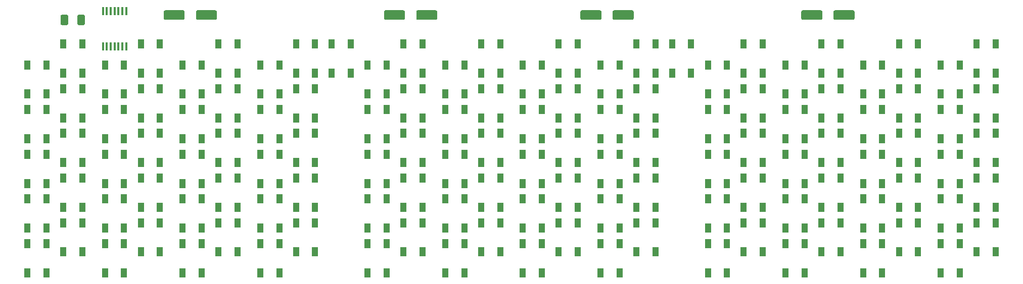
<source format=gbr>
G04 #@! TF.GenerationSoftware,KiCad,Pcbnew,(5.1.5-0-10_14)*
G04 #@! TF.CreationDate,2020-01-03T17:39:58-06:00*
G04 #@! TF.ProjectId,foxie_clock_nano,666f7869-655f-4636-9c6f-636b5f6e616e,1.4*
G04 #@! TF.SameCoordinates,Original*
G04 #@! TF.FileFunction,Paste,Top*
G04 #@! TF.FilePolarity,Positive*
%FSLAX46Y46*%
G04 Gerber Fmt 4.6, Leading zero omitted, Abs format (unit mm)*
G04 Created by KiCad (PCBNEW (5.1.5-0-10_14)) date 2020-01-03 17:39:58*
%MOMM*%
%LPD*%
G04 APERTURE LIST*
%ADD10R,1.000000X1.500000*%
%ADD11C,0.100000*%
%ADD12R,0.450000X1.450000*%
G04 APERTURE END LIST*
D10*
X216100000Y-92050000D03*
X212900000Y-92050000D03*
X216100000Y-96950000D03*
X212900000Y-96950000D03*
D11*
G36*
X168224504Y-86401204D02*
G01*
X168248773Y-86404804D01*
X168272571Y-86410765D01*
X168295671Y-86419030D01*
X168317849Y-86429520D01*
X168338893Y-86442133D01*
X168358598Y-86456747D01*
X168376777Y-86473223D01*
X168393253Y-86491402D01*
X168407867Y-86511107D01*
X168420480Y-86532151D01*
X168430970Y-86554329D01*
X168439235Y-86577429D01*
X168445196Y-86601227D01*
X168448796Y-86625496D01*
X168450000Y-86650000D01*
X168450000Y-87750000D01*
X168448796Y-87774504D01*
X168445196Y-87798773D01*
X168439235Y-87822571D01*
X168430970Y-87845671D01*
X168420480Y-87867849D01*
X168407867Y-87888893D01*
X168393253Y-87908598D01*
X168376777Y-87926777D01*
X168358598Y-87943253D01*
X168338893Y-87957867D01*
X168317849Y-87970480D01*
X168295671Y-87980970D01*
X168272571Y-87989235D01*
X168248773Y-87995196D01*
X168224504Y-87998796D01*
X168200000Y-88000000D01*
X165200000Y-88000000D01*
X165175496Y-87998796D01*
X165151227Y-87995196D01*
X165127429Y-87989235D01*
X165104329Y-87980970D01*
X165082151Y-87970480D01*
X165061107Y-87957867D01*
X165041402Y-87943253D01*
X165023223Y-87926777D01*
X165006747Y-87908598D01*
X164992133Y-87888893D01*
X164979520Y-87867849D01*
X164969030Y-87845671D01*
X164960765Y-87822571D01*
X164954804Y-87798773D01*
X164951204Y-87774504D01*
X164950000Y-87750000D01*
X164950000Y-86650000D01*
X164951204Y-86625496D01*
X164954804Y-86601227D01*
X164960765Y-86577429D01*
X164969030Y-86554329D01*
X164979520Y-86532151D01*
X164992133Y-86511107D01*
X165006747Y-86491402D01*
X165023223Y-86473223D01*
X165041402Y-86456747D01*
X165061107Y-86442133D01*
X165082151Y-86429520D01*
X165104329Y-86419030D01*
X165127429Y-86410765D01*
X165151227Y-86404804D01*
X165175496Y-86401204D01*
X165200000Y-86400000D01*
X168200000Y-86400000D01*
X168224504Y-86401204D01*
G37*
G36*
X162824504Y-86401204D02*
G01*
X162848773Y-86404804D01*
X162872571Y-86410765D01*
X162895671Y-86419030D01*
X162917849Y-86429520D01*
X162938893Y-86442133D01*
X162958598Y-86456747D01*
X162976777Y-86473223D01*
X162993253Y-86491402D01*
X163007867Y-86511107D01*
X163020480Y-86532151D01*
X163030970Y-86554329D01*
X163039235Y-86577429D01*
X163045196Y-86601227D01*
X163048796Y-86625496D01*
X163050000Y-86650000D01*
X163050000Y-87750000D01*
X163048796Y-87774504D01*
X163045196Y-87798773D01*
X163039235Y-87822571D01*
X163030970Y-87845671D01*
X163020480Y-87867849D01*
X163007867Y-87888893D01*
X162993253Y-87908598D01*
X162976777Y-87926777D01*
X162958598Y-87943253D01*
X162938893Y-87957867D01*
X162917849Y-87970480D01*
X162895671Y-87980970D01*
X162872571Y-87989235D01*
X162848773Y-87995196D01*
X162824504Y-87998796D01*
X162800000Y-88000000D01*
X159800000Y-88000000D01*
X159775496Y-87998796D01*
X159751227Y-87995196D01*
X159727429Y-87989235D01*
X159704329Y-87980970D01*
X159682151Y-87970480D01*
X159661107Y-87957867D01*
X159641402Y-87943253D01*
X159623223Y-87926777D01*
X159606747Y-87908598D01*
X159592133Y-87888893D01*
X159579520Y-87867849D01*
X159569030Y-87845671D01*
X159560765Y-87822571D01*
X159554804Y-87798773D01*
X159551204Y-87774504D01*
X159550000Y-87750000D01*
X159550000Y-86650000D01*
X159551204Y-86625496D01*
X159554804Y-86601227D01*
X159560765Y-86577429D01*
X159569030Y-86554329D01*
X159579520Y-86532151D01*
X159592133Y-86511107D01*
X159606747Y-86491402D01*
X159623223Y-86473223D01*
X159641402Y-86456747D01*
X159661107Y-86442133D01*
X159682151Y-86429520D01*
X159704329Y-86419030D01*
X159727429Y-86410765D01*
X159751227Y-86404804D01*
X159775496Y-86401204D01*
X159800000Y-86400000D01*
X162800000Y-86400000D01*
X162824504Y-86401204D01*
G37*
D10*
X178100000Y-92050000D03*
X174900000Y-92050000D03*
X178100000Y-96950000D03*
X174900000Y-96950000D03*
X121100000Y-92050000D03*
X117900000Y-92050000D03*
X121100000Y-96950000D03*
X117900000Y-96950000D03*
X223100000Y-125550000D03*
X219900000Y-125550000D03*
X223100000Y-130450000D03*
X219900000Y-130450000D03*
X210100000Y-125550000D03*
X206900000Y-125550000D03*
X210100000Y-130450000D03*
X206900000Y-130450000D03*
X229100000Y-122050000D03*
X225900000Y-122050000D03*
X229100000Y-126950000D03*
X225900000Y-126950000D03*
X216100000Y-122050000D03*
X212900000Y-122050000D03*
X216100000Y-126950000D03*
X212900000Y-126950000D03*
X223100000Y-118050000D03*
X219900000Y-118050000D03*
X223100000Y-122950000D03*
X219900000Y-122950000D03*
X210100000Y-118050000D03*
X206900000Y-118050000D03*
X210100000Y-122950000D03*
X206900000Y-122950000D03*
X229100000Y-114550000D03*
X225900000Y-114550000D03*
X229100000Y-119450000D03*
X225900000Y-119450000D03*
X216100000Y-114550000D03*
X212900000Y-114550000D03*
X216100000Y-119450000D03*
X212900000Y-119450000D03*
X223100000Y-110550000D03*
X219900000Y-110550000D03*
X223100000Y-115450000D03*
X219900000Y-115450000D03*
X210100000Y-110550000D03*
X206900000Y-110550000D03*
X210100000Y-115450000D03*
X206900000Y-115450000D03*
X229100000Y-107050000D03*
X225900000Y-107050000D03*
X229100000Y-111950000D03*
X225900000Y-111950000D03*
X216100000Y-107050000D03*
X212900000Y-107050000D03*
X216100000Y-111950000D03*
X212900000Y-111950000D03*
X223100000Y-103050000D03*
X219900000Y-103050000D03*
X223100000Y-107950000D03*
X219900000Y-107950000D03*
X210100000Y-103050000D03*
X206900000Y-103050000D03*
X210100000Y-107950000D03*
X206900000Y-107950000D03*
X229100000Y-99550000D03*
X225900000Y-99550000D03*
X229100000Y-104450000D03*
X225900000Y-104450000D03*
X216100000Y-99550000D03*
X212900000Y-99550000D03*
X216100000Y-104450000D03*
X212900000Y-104450000D03*
X223100000Y-95550000D03*
X219900000Y-95550000D03*
X223100000Y-100450000D03*
X219900000Y-100450000D03*
X210100000Y-95550000D03*
X206900000Y-95550000D03*
X210100000Y-100450000D03*
X206900000Y-100450000D03*
X229100000Y-92050000D03*
X225900000Y-92050000D03*
X229100000Y-96950000D03*
X225900000Y-96950000D03*
X197100000Y-125550000D03*
X193900000Y-125550000D03*
X197100000Y-130450000D03*
X193900000Y-130450000D03*
X184100000Y-125550000D03*
X180900000Y-125550000D03*
X184100000Y-130450000D03*
X180900000Y-130450000D03*
X203100000Y-122050000D03*
X199900000Y-122050000D03*
X203100000Y-126950000D03*
X199900000Y-126950000D03*
X190100000Y-122050000D03*
X186900000Y-122050000D03*
X190100000Y-126950000D03*
X186900000Y-126950000D03*
X197100000Y-118050000D03*
X193900000Y-118050000D03*
X197100000Y-122950000D03*
X193900000Y-122950000D03*
X184100000Y-118050000D03*
X180900000Y-118050000D03*
X184100000Y-122950000D03*
X180900000Y-122950000D03*
X203100000Y-114550000D03*
X199900000Y-114550000D03*
X203100000Y-119450000D03*
X199900000Y-119450000D03*
X190100000Y-114550000D03*
X186900000Y-114550000D03*
X190100000Y-119450000D03*
X186900000Y-119450000D03*
X197100000Y-110550000D03*
X193900000Y-110550000D03*
X197100000Y-115450000D03*
X193900000Y-115450000D03*
X184100000Y-110550000D03*
X180900000Y-110550000D03*
X184100000Y-115450000D03*
X180900000Y-115450000D03*
X203100000Y-107050000D03*
X199900000Y-107050000D03*
X203100000Y-111950000D03*
X199900000Y-111950000D03*
X190100000Y-107050000D03*
X186900000Y-107050000D03*
X190100000Y-111950000D03*
X186900000Y-111950000D03*
X197100000Y-103050000D03*
X193900000Y-103050000D03*
X197100000Y-107950000D03*
X193900000Y-107950000D03*
X184100000Y-103050000D03*
X180900000Y-103050000D03*
X184100000Y-107950000D03*
X180900000Y-107950000D03*
X203100000Y-99550000D03*
X199900000Y-99550000D03*
X203100000Y-104450000D03*
X199900000Y-104450000D03*
X190100000Y-99550000D03*
X186900000Y-99550000D03*
X190100000Y-104450000D03*
X186900000Y-104450000D03*
X197100000Y-95550000D03*
X193900000Y-95550000D03*
X197100000Y-100450000D03*
X193900000Y-100450000D03*
X184100000Y-95550000D03*
X180900000Y-95550000D03*
X184100000Y-100450000D03*
X180900000Y-100450000D03*
X203100000Y-92050000D03*
X199900000Y-92050000D03*
X203100000Y-96950000D03*
X199900000Y-96950000D03*
X190100000Y-92050000D03*
X186900000Y-92050000D03*
X190100000Y-96950000D03*
X186900000Y-96950000D03*
X166100000Y-125550000D03*
X162900000Y-125550000D03*
X166100000Y-130450000D03*
X162900000Y-130450000D03*
X153100000Y-125550000D03*
X149900000Y-125550000D03*
X153100000Y-130450000D03*
X149900000Y-130450000D03*
X172100000Y-122050000D03*
X168900000Y-122050000D03*
X172100000Y-126950000D03*
X168900000Y-126950000D03*
X159100000Y-122050000D03*
X155900000Y-122050000D03*
X159100000Y-126950000D03*
X155900000Y-126950000D03*
X166100000Y-118050000D03*
X162900000Y-118050000D03*
X166100000Y-122950000D03*
X162900000Y-122950000D03*
X153100000Y-118050000D03*
X149900000Y-118050000D03*
X153100000Y-122950000D03*
X149900000Y-122950000D03*
X172100000Y-114550000D03*
X168900000Y-114550000D03*
X172100000Y-119450000D03*
X168900000Y-119450000D03*
X159100000Y-114550000D03*
X155900000Y-114550000D03*
X159100000Y-119450000D03*
X155900000Y-119450000D03*
X166100000Y-110550000D03*
X162900000Y-110550000D03*
X166100000Y-115450000D03*
X162900000Y-115450000D03*
X153100000Y-110550000D03*
X149900000Y-110550000D03*
X153100000Y-115450000D03*
X149900000Y-115450000D03*
X172100000Y-107050000D03*
X168900000Y-107050000D03*
X172100000Y-111950000D03*
X168900000Y-111950000D03*
X159100000Y-107050000D03*
X155900000Y-107050000D03*
X159100000Y-111950000D03*
X155900000Y-111950000D03*
X166100000Y-103050000D03*
X162900000Y-103050000D03*
X166100000Y-107950000D03*
X162900000Y-107950000D03*
X153100000Y-103050000D03*
X149900000Y-103050000D03*
X153100000Y-107950000D03*
X149900000Y-107950000D03*
X172100000Y-99550000D03*
X168900000Y-99550000D03*
X172100000Y-104450000D03*
X168900000Y-104450000D03*
X159100000Y-99550000D03*
X155900000Y-99550000D03*
X159100000Y-104450000D03*
X155900000Y-104450000D03*
X166100000Y-95550000D03*
X162900000Y-95550000D03*
X166100000Y-100450000D03*
X162900000Y-100450000D03*
X153100000Y-95550000D03*
X149900000Y-95550000D03*
X153100000Y-100450000D03*
X149900000Y-100450000D03*
X172100000Y-92050000D03*
X168900000Y-92050000D03*
X172100000Y-96950000D03*
X168900000Y-96950000D03*
X159100000Y-92050000D03*
X155900000Y-92050000D03*
X159100000Y-96950000D03*
X155900000Y-96950000D03*
X140100000Y-125550000D03*
X136900000Y-125550000D03*
X140100000Y-130450000D03*
X136900000Y-130450000D03*
X127100000Y-125550000D03*
X123900000Y-125550000D03*
X127100000Y-130450000D03*
X123900000Y-130450000D03*
X146100000Y-122050000D03*
X142900000Y-122050000D03*
X146100000Y-126950000D03*
X142900000Y-126950000D03*
X133100000Y-122050000D03*
X129900000Y-122050000D03*
X133100000Y-126950000D03*
X129900000Y-126950000D03*
X140100000Y-118050000D03*
X136900000Y-118050000D03*
X140100000Y-122950000D03*
X136900000Y-122950000D03*
X127100000Y-118050000D03*
X123900000Y-118050000D03*
X127100000Y-122950000D03*
X123900000Y-122950000D03*
X146100000Y-114550000D03*
X142900000Y-114550000D03*
X146100000Y-119450000D03*
X142900000Y-119450000D03*
X133100000Y-114550000D03*
X129900000Y-114550000D03*
X133100000Y-119450000D03*
X129900000Y-119450000D03*
X140100000Y-110550000D03*
X136900000Y-110550000D03*
X140100000Y-115450000D03*
X136900000Y-115450000D03*
X127100000Y-110550000D03*
X123900000Y-110550000D03*
X127100000Y-115450000D03*
X123900000Y-115450000D03*
X146100000Y-107050000D03*
X142900000Y-107050000D03*
X146100000Y-111950000D03*
X142900000Y-111950000D03*
X133100000Y-107050000D03*
X129900000Y-107050000D03*
X133100000Y-111950000D03*
X129900000Y-111950000D03*
X140100000Y-103050000D03*
X136900000Y-103050000D03*
X140100000Y-107950000D03*
X136900000Y-107950000D03*
X127100000Y-103050000D03*
X123900000Y-103050000D03*
X127100000Y-107950000D03*
X123900000Y-107950000D03*
X146100000Y-99550000D03*
X142900000Y-99550000D03*
X146100000Y-104450000D03*
X142900000Y-104450000D03*
X133100000Y-99550000D03*
X129900000Y-99550000D03*
X133100000Y-104450000D03*
X129900000Y-104450000D03*
X140100000Y-95550000D03*
X136900000Y-95550000D03*
X140100000Y-100450000D03*
X136900000Y-100450000D03*
X127100000Y-95550000D03*
X123900000Y-95550000D03*
X127100000Y-100450000D03*
X123900000Y-100450000D03*
X146100000Y-92050000D03*
X142900000Y-92050000D03*
X146100000Y-96950000D03*
X142900000Y-96950000D03*
X133100000Y-92050000D03*
X129900000Y-92050000D03*
X133100000Y-96950000D03*
X129900000Y-96950000D03*
X109100000Y-125550000D03*
X105900000Y-125550000D03*
X109100000Y-130450000D03*
X105900000Y-130450000D03*
X96100000Y-125550000D03*
X92900000Y-125550000D03*
X96100000Y-130450000D03*
X92900000Y-130450000D03*
X115100000Y-122050000D03*
X111900000Y-122050000D03*
X115100000Y-126950000D03*
X111900000Y-126950000D03*
X102100000Y-122050000D03*
X98900000Y-122050000D03*
X102100000Y-126950000D03*
X98900000Y-126950000D03*
X109100000Y-118050000D03*
X105900000Y-118050000D03*
X109100000Y-122950000D03*
X105900000Y-122950000D03*
X96100000Y-118050000D03*
X92900000Y-118050000D03*
X96100000Y-122950000D03*
X92900000Y-122950000D03*
X115100000Y-114550000D03*
X111900000Y-114550000D03*
X115100000Y-119450000D03*
X111900000Y-119450000D03*
X102100000Y-114550000D03*
X98900000Y-114550000D03*
X102100000Y-119450000D03*
X98900000Y-119450000D03*
X109100000Y-110550000D03*
X105900000Y-110550000D03*
X109100000Y-115450000D03*
X105900000Y-115450000D03*
X96100000Y-110550000D03*
X92900000Y-110550000D03*
X96100000Y-115450000D03*
X92900000Y-115450000D03*
X115100000Y-107050000D03*
X111900000Y-107050000D03*
X115100000Y-111950000D03*
X111900000Y-111950000D03*
X102100000Y-107050000D03*
X98900000Y-107050000D03*
X102100000Y-111950000D03*
X98900000Y-111950000D03*
X109100000Y-103050000D03*
X105900000Y-103050000D03*
X109100000Y-107950000D03*
X105900000Y-107950000D03*
X96100000Y-103050000D03*
X92900000Y-103050000D03*
X96100000Y-107950000D03*
X92900000Y-107950000D03*
X115100000Y-99550000D03*
X111900000Y-99550000D03*
X115100000Y-104450000D03*
X111900000Y-104450000D03*
X102100000Y-99550000D03*
X98900000Y-99550000D03*
X102100000Y-104450000D03*
X98900000Y-104450000D03*
X109100000Y-95550000D03*
X105900000Y-95550000D03*
X109100000Y-100450000D03*
X105900000Y-100450000D03*
X96100000Y-95550000D03*
X92900000Y-95550000D03*
X96100000Y-100450000D03*
X92900000Y-100450000D03*
X115100000Y-92050000D03*
X111900000Y-92050000D03*
X115100000Y-96950000D03*
X111900000Y-96950000D03*
X102100000Y-92050000D03*
X98900000Y-92050000D03*
X102100000Y-96950000D03*
X98900000Y-96950000D03*
X83100000Y-125550000D03*
X79900000Y-125550000D03*
X83100000Y-130450000D03*
X79900000Y-130450000D03*
X70100000Y-125550000D03*
X66900000Y-125550000D03*
X70100000Y-130450000D03*
X66900000Y-130450000D03*
X89100000Y-122050000D03*
X85900000Y-122050000D03*
X89100000Y-126950000D03*
X85900000Y-126950000D03*
X76100000Y-122050000D03*
X72900000Y-122050000D03*
X76100000Y-126950000D03*
X72900000Y-126950000D03*
X83100000Y-118050000D03*
X79900000Y-118050000D03*
X83100000Y-122950000D03*
X79900000Y-122950000D03*
X70100000Y-118050000D03*
X66900000Y-118050000D03*
X70100000Y-122950000D03*
X66900000Y-122950000D03*
X89100000Y-114550000D03*
X85900000Y-114550000D03*
X89100000Y-119450000D03*
X85900000Y-119450000D03*
X76100000Y-114550000D03*
X72900000Y-114550000D03*
X76100000Y-119450000D03*
X72900000Y-119450000D03*
X83100000Y-110550000D03*
X79900000Y-110550000D03*
X83100000Y-115450000D03*
X79900000Y-115450000D03*
X70100000Y-110550000D03*
X66900000Y-110550000D03*
X70100000Y-115450000D03*
X66900000Y-115450000D03*
X89100000Y-107050000D03*
X85900000Y-107050000D03*
X89100000Y-111950000D03*
X85900000Y-111950000D03*
X76100000Y-107050000D03*
X72900000Y-107050000D03*
X76100000Y-111950000D03*
X72900000Y-111950000D03*
X83100000Y-103050000D03*
X79900000Y-103050000D03*
X83100000Y-107950000D03*
X79900000Y-107950000D03*
X70100000Y-103050000D03*
X66900000Y-103050000D03*
X70100000Y-107950000D03*
X66900000Y-107950000D03*
X89100000Y-99550000D03*
X85900000Y-99550000D03*
X89100000Y-104450000D03*
X85900000Y-104450000D03*
X76100000Y-99550000D03*
X72900000Y-99550000D03*
X76100000Y-104450000D03*
X72900000Y-104450000D03*
X83100000Y-95550000D03*
X79900000Y-95550000D03*
X83100000Y-100450000D03*
X79900000Y-100450000D03*
X70100000Y-95550000D03*
X66900000Y-95550000D03*
X70100000Y-100450000D03*
X66900000Y-100450000D03*
X89100000Y-92050000D03*
X85900000Y-92050000D03*
X89100000Y-96950000D03*
X85900000Y-96950000D03*
X76100000Y-92050000D03*
X72900000Y-92050000D03*
X76100000Y-96950000D03*
X72900000Y-96950000D03*
D12*
X79550000Y-86550000D03*
X80200000Y-86550000D03*
X80850000Y-86550000D03*
X81500000Y-86550000D03*
X82150000Y-86550000D03*
X82800000Y-86550000D03*
X83450000Y-86550000D03*
X83450000Y-92450000D03*
X82800000Y-92450000D03*
X82150000Y-92450000D03*
X81500000Y-92450000D03*
X80850000Y-92450000D03*
X80200000Y-92450000D03*
X79550000Y-92450000D03*
D11*
G36*
X73499504Y-87126204D02*
G01*
X73523773Y-87129804D01*
X73547571Y-87135765D01*
X73570671Y-87144030D01*
X73592849Y-87154520D01*
X73613893Y-87167133D01*
X73633598Y-87181747D01*
X73651777Y-87198223D01*
X73668253Y-87216402D01*
X73682867Y-87236107D01*
X73695480Y-87257151D01*
X73705970Y-87279329D01*
X73714235Y-87302429D01*
X73720196Y-87326227D01*
X73723796Y-87350496D01*
X73725000Y-87375000D01*
X73725000Y-88625000D01*
X73723796Y-88649504D01*
X73720196Y-88673773D01*
X73714235Y-88697571D01*
X73705970Y-88720671D01*
X73695480Y-88742849D01*
X73682867Y-88763893D01*
X73668253Y-88783598D01*
X73651777Y-88801777D01*
X73633598Y-88818253D01*
X73613893Y-88832867D01*
X73592849Y-88845480D01*
X73570671Y-88855970D01*
X73547571Y-88864235D01*
X73523773Y-88870196D01*
X73499504Y-88873796D01*
X73475000Y-88875000D01*
X72725000Y-88875000D01*
X72700496Y-88873796D01*
X72676227Y-88870196D01*
X72652429Y-88864235D01*
X72629329Y-88855970D01*
X72607151Y-88845480D01*
X72586107Y-88832867D01*
X72566402Y-88818253D01*
X72548223Y-88801777D01*
X72531747Y-88783598D01*
X72517133Y-88763893D01*
X72504520Y-88742849D01*
X72494030Y-88720671D01*
X72485765Y-88697571D01*
X72479804Y-88673773D01*
X72476204Y-88649504D01*
X72475000Y-88625000D01*
X72475000Y-87375000D01*
X72476204Y-87350496D01*
X72479804Y-87326227D01*
X72485765Y-87302429D01*
X72494030Y-87279329D01*
X72504520Y-87257151D01*
X72517133Y-87236107D01*
X72531747Y-87216402D01*
X72548223Y-87198223D01*
X72566402Y-87181747D01*
X72586107Y-87167133D01*
X72607151Y-87154520D01*
X72629329Y-87144030D01*
X72652429Y-87135765D01*
X72676227Y-87129804D01*
X72700496Y-87126204D01*
X72725000Y-87125000D01*
X73475000Y-87125000D01*
X73499504Y-87126204D01*
G37*
G36*
X76299504Y-87126204D02*
G01*
X76323773Y-87129804D01*
X76347571Y-87135765D01*
X76370671Y-87144030D01*
X76392849Y-87154520D01*
X76413893Y-87167133D01*
X76433598Y-87181747D01*
X76451777Y-87198223D01*
X76468253Y-87216402D01*
X76482867Y-87236107D01*
X76495480Y-87257151D01*
X76505970Y-87279329D01*
X76514235Y-87302429D01*
X76520196Y-87326227D01*
X76523796Y-87350496D01*
X76525000Y-87375000D01*
X76525000Y-88625000D01*
X76523796Y-88649504D01*
X76520196Y-88673773D01*
X76514235Y-88697571D01*
X76505970Y-88720671D01*
X76495480Y-88742849D01*
X76482867Y-88763893D01*
X76468253Y-88783598D01*
X76451777Y-88801777D01*
X76433598Y-88818253D01*
X76413893Y-88832867D01*
X76392849Y-88845480D01*
X76370671Y-88855970D01*
X76347571Y-88864235D01*
X76323773Y-88870196D01*
X76299504Y-88873796D01*
X76275000Y-88875000D01*
X75525000Y-88875000D01*
X75500496Y-88873796D01*
X75476227Y-88870196D01*
X75452429Y-88864235D01*
X75429329Y-88855970D01*
X75407151Y-88845480D01*
X75386107Y-88832867D01*
X75366402Y-88818253D01*
X75348223Y-88801777D01*
X75331747Y-88783598D01*
X75317133Y-88763893D01*
X75304520Y-88742849D01*
X75294030Y-88720671D01*
X75285765Y-88697571D01*
X75279804Y-88673773D01*
X75276204Y-88649504D01*
X75275000Y-88625000D01*
X75275000Y-87375000D01*
X75276204Y-87350496D01*
X75279804Y-87326227D01*
X75285765Y-87302429D01*
X75294030Y-87279329D01*
X75304520Y-87257151D01*
X75317133Y-87236107D01*
X75331747Y-87216402D01*
X75348223Y-87198223D01*
X75366402Y-87181747D01*
X75386107Y-87167133D01*
X75407151Y-87154520D01*
X75429329Y-87144030D01*
X75452429Y-87135765D01*
X75476227Y-87129804D01*
X75500496Y-87126204D01*
X75525000Y-87125000D01*
X76275000Y-87125000D01*
X76299504Y-87126204D01*
G37*
G36*
X205224504Y-86401204D02*
G01*
X205248773Y-86404804D01*
X205272571Y-86410765D01*
X205295671Y-86419030D01*
X205317849Y-86429520D01*
X205338893Y-86442133D01*
X205358598Y-86456747D01*
X205376777Y-86473223D01*
X205393253Y-86491402D01*
X205407867Y-86511107D01*
X205420480Y-86532151D01*
X205430970Y-86554329D01*
X205439235Y-86577429D01*
X205445196Y-86601227D01*
X205448796Y-86625496D01*
X205450000Y-86650000D01*
X205450000Y-87750000D01*
X205448796Y-87774504D01*
X205445196Y-87798773D01*
X205439235Y-87822571D01*
X205430970Y-87845671D01*
X205420480Y-87867849D01*
X205407867Y-87888893D01*
X205393253Y-87908598D01*
X205376777Y-87926777D01*
X205358598Y-87943253D01*
X205338893Y-87957867D01*
X205317849Y-87970480D01*
X205295671Y-87980970D01*
X205272571Y-87989235D01*
X205248773Y-87995196D01*
X205224504Y-87998796D01*
X205200000Y-88000000D01*
X202200000Y-88000000D01*
X202175496Y-87998796D01*
X202151227Y-87995196D01*
X202127429Y-87989235D01*
X202104329Y-87980970D01*
X202082151Y-87970480D01*
X202061107Y-87957867D01*
X202041402Y-87943253D01*
X202023223Y-87926777D01*
X202006747Y-87908598D01*
X201992133Y-87888893D01*
X201979520Y-87867849D01*
X201969030Y-87845671D01*
X201960765Y-87822571D01*
X201954804Y-87798773D01*
X201951204Y-87774504D01*
X201950000Y-87750000D01*
X201950000Y-86650000D01*
X201951204Y-86625496D01*
X201954804Y-86601227D01*
X201960765Y-86577429D01*
X201969030Y-86554329D01*
X201979520Y-86532151D01*
X201992133Y-86511107D01*
X202006747Y-86491402D01*
X202023223Y-86473223D01*
X202041402Y-86456747D01*
X202061107Y-86442133D01*
X202082151Y-86429520D01*
X202104329Y-86419030D01*
X202127429Y-86410765D01*
X202151227Y-86404804D01*
X202175496Y-86401204D01*
X202200000Y-86400000D01*
X205200000Y-86400000D01*
X205224504Y-86401204D01*
G37*
G36*
X199824504Y-86401204D02*
G01*
X199848773Y-86404804D01*
X199872571Y-86410765D01*
X199895671Y-86419030D01*
X199917849Y-86429520D01*
X199938893Y-86442133D01*
X199958598Y-86456747D01*
X199976777Y-86473223D01*
X199993253Y-86491402D01*
X200007867Y-86511107D01*
X200020480Y-86532151D01*
X200030970Y-86554329D01*
X200039235Y-86577429D01*
X200045196Y-86601227D01*
X200048796Y-86625496D01*
X200050000Y-86650000D01*
X200050000Y-87750000D01*
X200048796Y-87774504D01*
X200045196Y-87798773D01*
X200039235Y-87822571D01*
X200030970Y-87845671D01*
X200020480Y-87867849D01*
X200007867Y-87888893D01*
X199993253Y-87908598D01*
X199976777Y-87926777D01*
X199958598Y-87943253D01*
X199938893Y-87957867D01*
X199917849Y-87970480D01*
X199895671Y-87980970D01*
X199872571Y-87989235D01*
X199848773Y-87995196D01*
X199824504Y-87998796D01*
X199800000Y-88000000D01*
X196800000Y-88000000D01*
X196775496Y-87998796D01*
X196751227Y-87995196D01*
X196727429Y-87989235D01*
X196704329Y-87980970D01*
X196682151Y-87970480D01*
X196661107Y-87957867D01*
X196641402Y-87943253D01*
X196623223Y-87926777D01*
X196606747Y-87908598D01*
X196592133Y-87888893D01*
X196579520Y-87867849D01*
X196569030Y-87845671D01*
X196560765Y-87822571D01*
X196554804Y-87798773D01*
X196551204Y-87774504D01*
X196550000Y-87750000D01*
X196550000Y-86650000D01*
X196551204Y-86625496D01*
X196554804Y-86601227D01*
X196560765Y-86577429D01*
X196569030Y-86554329D01*
X196579520Y-86532151D01*
X196592133Y-86511107D01*
X196606747Y-86491402D01*
X196623223Y-86473223D01*
X196641402Y-86456747D01*
X196661107Y-86442133D01*
X196682151Y-86429520D01*
X196704329Y-86419030D01*
X196727429Y-86410765D01*
X196751227Y-86404804D01*
X196775496Y-86401204D01*
X196800000Y-86400000D01*
X199800000Y-86400000D01*
X199824504Y-86401204D01*
G37*
G36*
X135324504Y-86401204D02*
G01*
X135348773Y-86404804D01*
X135372571Y-86410765D01*
X135395671Y-86419030D01*
X135417849Y-86429520D01*
X135438893Y-86442133D01*
X135458598Y-86456747D01*
X135476777Y-86473223D01*
X135493253Y-86491402D01*
X135507867Y-86511107D01*
X135520480Y-86532151D01*
X135530970Y-86554329D01*
X135539235Y-86577429D01*
X135545196Y-86601227D01*
X135548796Y-86625496D01*
X135550000Y-86650000D01*
X135550000Y-87750000D01*
X135548796Y-87774504D01*
X135545196Y-87798773D01*
X135539235Y-87822571D01*
X135530970Y-87845671D01*
X135520480Y-87867849D01*
X135507867Y-87888893D01*
X135493253Y-87908598D01*
X135476777Y-87926777D01*
X135458598Y-87943253D01*
X135438893Y-87957867D01*
X135417849Y-87970480D01*
X135395671Y-87980970D01*
X135372571Y-87989235D01*
X135348773Y-87995196D01*
X135324504Y-87998796D01*
X135300000Y-88000000D01*
X132300000Y-88000000D01*
X132275496Y-87998796D01*
X132251227Y-87995196D01*
X132227429Y-87989235D01*
X132204329Y-87980970D01*
X132182151Y-87970480D01*
X132161107Y-87957867D01*
X132141402Y-87943253D01*
X132123223Y-87926777D01*
X132106747Y-87908598D01*
X132092133Y-87888893D01*
X132079520Y-87867849D01*
X132069030Y-87845671D01*
X132060765Y-87822571D01*
X132054804Y-87798773D01*
X132051204Y-87774504D01*
X132050000Y-87750000D01*
X132050000Y-86650000D01*
X132051204Y-86625496D01*
X132054804Y-86601227D01*
X132060765Y-86577429D01*
X132069030Y-86554329D01*
X132079520Y-86532151D01*
X132092133Y-86511107D01*
X132106747Y-86491402D01*
X132123223Y-86473223D01*
X132141402Y-86456747D01*
X132161107Y-86442133D01*
X132182151Y-86429520D01*
X132204329Y-86419030D01*
X132227429Y-86410765D01*
X132251227Y-86404804D01*
X132275496Y-86401204D01*
X132300000Y-86400000D01*
X135300000Y-86400000D01*
X135324504Y-86401204D01*
G37*
G36*
X129924504Y-86401204D02*
G01*
X129948773Y-86404804D01*
X129972571Y-86410765D01*
X129995671Y-86419030D01*
X130017849Y-86429520D01*
X130038893Y-86442133D01*
X130058598Y-86456747D01*
X130076777Y-86473223D01*
X130093253Y-86491402D01*
X130107867Y-86511107D01*
X130120480Y-86532151D01*
X130130970Y-86554329D01*
X130139235Y-86577429D01*
X130145196Y-86601227D01*
X130148796Y-86625496D01*
X130150000Y-86650000D01*
X130150000Y-87750000D01*
X130148796Y-87774504D01*
X130145196Y-87798773D01*
X130139235Y-87822571D01*
X130130970Y-87845671D01*
X130120480Y-87867849D01*
X130107867Y-87888893D01*
X130093253Y-87908598D01*
X130076777Y-87926777D01*
X130058598Y-87943253D01*
X130038893Y-87957867D01*
X130017849Y-87970480D01*
X129995671Y-87980970D01*
X129972571Y-87989235D01*
X129948773Y-87995196D01*
X129924504Y-87998796D01*
X129900000Y-88000000D01*
X126900000Y-88000000D01*
X126875496Y-87998796D01*
X126851227Y-87995196D01*
X126827429Y-87989235D01*
X126804329Y-87980970D01*
X126782151Y-87970480D01*
X126761107Y-87957867D01*
X126741402Y-87943253D01*
X126723223Y-87926777D01*
X126706747Y-87908598D01*
X126692133Y-87888893D01*
X126679520Y-87867849D01*
X126669030Y-87845671D01*
X126660765Y-87822571D01*
X126654804Y-87798773D01*
X126651204Y-87774504D01*
X126650000Y-87750000D01*
X126650000Y-86650000D01*
X126651204Y-86625496D01*
X126654804Y-86601227D01*
X126660765Y-86577429D01*
X126669030Y-86554329D01*
X126679520Y-86532151D01*
X126692133Y-86511107D01*
X126706747Y-86491402D01*
X126723223Y-86473223D01*
X126741402Y-86456747D01*
X126761107Y-86442133D01*
X126782151Y-86429520D01*
X126804329Y-86419030D01*
X126827429Y-86410765D01*
X126851227Y-86404804D01*
X126875496Y-86401204D01*
X126900000Y-86400000D01*
X129900000Y-86400000D01*
X129924504Y-86401204D01*
G37*
G36*
X98424504Y-86401204D02*
G01*
X98448773Y-86404804D01*
X98472571Y-86410765D01*
X98495671Y-86419030D01*
X98517849Y-86429520D01*
X98538893Y-86442133D01*
X98558598Y-86456747D01*
X98576777Y-86473223D01*
X98593253Y-86491402D01*
X98607867Y-86511107D01*
X98620480Y-86532151D01*
X98630970Y-86554329D01*
X98639235Y-86577429D01*
X98645196Y-86601227D01*
X98648796Y-86625496D01*
X98650000Y-86650000D01*
X98650000Y-87750000D01*
X98648796Y-87774504D01*
X98645196Y-87798773D01*
X98639235Y-87822571D01*
X98630970Y-87845671D01*
X98620480Y-87867849D01*
X98607867Y-87888893D01*
X98593253Y-87908598D01*
X98576777Y-87926777D01*
X98558598Y-87943253D01*
X98538893Y-87957867D01*
X98517849Y-87970480D01*
X98495671Y-87980970D01*
X98472571Y-87989235D01*
X98448773Y-87995196D01*
X98424504Y-87998796D01*
X98400000Y-88000000D01*
X95400000Y-88000000D01*
X95375496Y-87998796D01*
X95351227Y-87995196D01*
X95327429Y-87989235D01*
X95304329Y-87980970D01*
X95282151Y-87970480D01*
X95261107Y-87957867D01*
X95241402Y-87943253D01*
X95223223Y-87926777D01*
X95206747Y-87908598D01*
X95192133Y-87888893D01*
X95179520Y-87867849D01*
X95169030Y-87845671D01*
X95160765Y-87822571D01*
X95154804Y-87798773D01*
X95151204Y-87774504D01*
X95150000Y-87750000D01*
X95150000Y-86650000D01*
X95151204Y-86625496D01*
X95154804Y-86601227D01*
X95160765Y-86577429D01*
X95169030Y-86554329D01*
X95179520Y-86532151D01*
X95192133Y-86511107D01*
X95206747Y-86491402D01*
X95223223Y-86473223D01*
X95241402Y-86456747D01*
X95261107Y-86442133D01*
X95282151Y-86429520D01*
X95304329Y-86419030D01*
X95327429Y-86410765D01*
X95351227Y-86404804D01*
X95375496Y-86401204D01*
X95400000Y-86400000D01*
X98400000Y-86400000D01*
X98424504Y-86401204D01*
G37*
G36*
X93024504Y-86401204D02*
G01*
X93048773Y-86404804D01*
X93072571Y-86410765D01*
X93095671Y-86419030D01*
X93117849Y-86429520D01*
X93138893Y-86442133D01*
X93158598Y-86456747D01*
X93176777Y-86473223D01*
X93193253Y-86491402D01*
X93207867Y-86511107D01*
X93220480Y-86532151D01*
X93230970Y-86554329D01*
X93239235Y-86577429D01*
X93245196Y-86601227D01*
X93248796Y-86625496D01*
X93250000Y-86650000D01*
X93250000Y-87750000D01*
X93248796Y-87774504D01*
X93245196Y-87798773D01*
X93239235Y-87822571D01*
X93230970Y-87845671D01*
X93220480Y-87867849D01*
X93207867Y-87888893D01*
X93193253Y-87908598D01*
X93176777Y-87926777D01*
X93158598Y-87943253D01*
X93138893Y-87957867D01*
X93117849Y-87970480D01*
X93095671Y-87980970D01*
X93072571Y-87989235D01*
X93048773Y-87995196D01*
X93024504Y-87998796D01*
X93000000Y-88000000D01*
X90000000Y-88000000D01*
X89975496Y-87998796D01*
X89951227Y-87995196D01*
X89927429Y-87989235D01*
X89904329Y-87980970D01*
X89882151Y-87970480D01*
X89861107Y-87957867D01*
X89841402Y-87943253D01*
X89823223Y-87926777D01*
X89806747Y-87908598D01*
X89792133Y-87888893D01*
X89779520Y-87867849D01*
X89769030Y-87845671D01*
X89760765Y-87822571D01*
X89754804Y-87798773D01*
X89751204Y-87774504D01*
X89750000Y-87750000D01*
X89750000Y-86650000D01*
X89751204Y-86625496D01*
X89754804Y-86601227D01*
X89760765Y-86577429D01*
X89769030Y-86554329D01*
X89779520Y-86532151D01*
X89792133Y-86511107D01*
X89806747Y-86491402D01*
X89823223Y-86473223D01*
X89841402Y-86456747D01*
X89861107Y-86442133D01*
X89882151Y-86429520D01*
X89904329Y-86419030D01*
X89927429Y-86410765D01*
X89951227Y-86404804D01*
X89975496Y-86401204D01*
X90000000Y-86400000D01*
X93000000Y-86400000D01*
X93024504Y-86401204D01*
G37*
M02*

</source>
